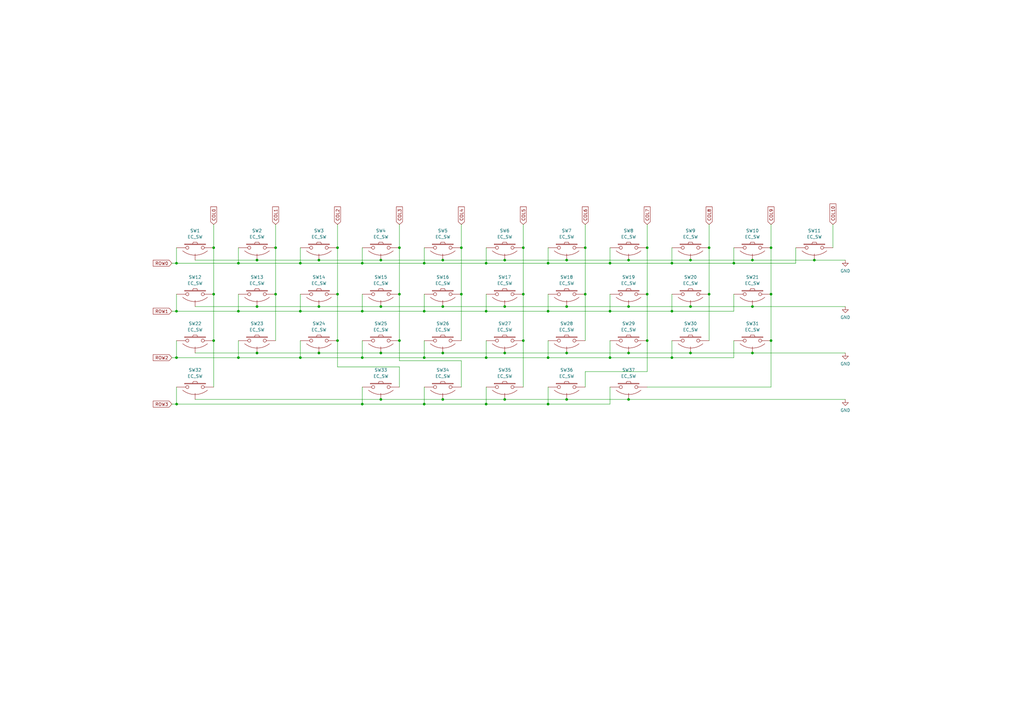
<source format=kicad_sch>
(kicad_sch (version 20230121) (generator eeschema)
  (paper "A3")
  (lib_symbols
    (symbol "cipulot_parts:EC_SW" (pin_numbers hide) (pin_names (offset 1.016) hide)
      (property "Reference" "SW" (at 3.81 2.794 0))
      (property "Value" "EC_SW" (at -3.81 3.81 0))
      (symbol "EC_SW_0_1"
        (arc (start -5.08 -1.27) (mid 0 -3.052) (end 5.08 -1.27))
        (rectangle (start -4.318 1.27) (end 4.318 1.524))
        (polyline (pts (xy -1.016 1.524) (xy -0.762 2.286) (xy 0.762 2.286) (xy 1.016 1.524)))
        (pin passive inverted (at -7.62 0 0) (length 5.08) (name "1") (number "1"))
        (pin passive inverted (at 7.62 0 180) (length 5.08) (name "2") (number "2"))
      )
      (symbol "EC_SW_1_1"
        (pin input line (at 0 -5.08 90) (length 2.54) (name "SG") (number "3"))
      )
    )
    (symbol "power:GND" (power) (pin_names (offset 0))
      (property "Value" "GND" (at 0 -3.81 0))
      (symbol "GND_0_1"
        (polyline (pts (xy 0 0) (xy 0 -1.27) (xy 1.27 -1.27) (xy 0 -2.54) (xy -1.27 -1.27) (xy 0 -1.27)))
      )
      (symbol "GND_1_1"
        (pin power_in line (at 0 0 270) (length 0) hide (name "GND") (number "1"))
      )
    )
  )
  (junction (at 163.83 120.65))
  (junction (at 148.59 107.95))
  (junction (at 123.19 127.635))
  (junction (at 250.19 107.95))
  (junction (at 123.19 107.95))
  (junction (at 138.43 120.65))
  (junction (at 257.81 125.73))
  (junction (at 308.61 106.68))
  (junction (at 207.01 144.78))
  (junction (at 265.43 120.65))
  (junction (at 87.63 101.6))
  (junction (at 156.21 163.83))
  (junction (at 232.41 144.78))
  (junction (at 105.41 106.68))
  (junction (at 97.79 146.685))
  (junction (at 105.41 125.73))
  (junction (at 224.79 107.95))
  (junction (at 173.99 127.635))
  (junction (at 224.79 127.635))
  (junction (at 148.59 127.635))
  (junction (at 290.83 120.65))
  (junction (at 123.19 146.685))
  (junction (at 113.03 120.65))
  (junction (at 181.61 163.83))
  (junction (at 199.39 165.735))
  (junction (at 97.79 107.95))
  (junction (at 173.99 107.95))
  (junction (at 308.61 125.73))
  (junction (at 113.03 101.6))
  (junction (at 163.83 139.7))
  (junction (at 207.01 125.73))
  (junction (at 130.81 106.68))
  (junction (at 224.79 146.685))
  (junction (at 181.61 144.78))
  (junction (at 199.39 127.635))
  (junction (at 72.39 146.685))
  (junction (at 207.01 106.68))
  (junction (at 72.39 107.95))
  (junction (at 189.23 101.6))
  (junction (at 156.21 106.68))
  (junction (at 138.43 139.7))
  (junction (at 240.03 120.65))
  (junction (at 250.19 146.685))
  (junction (at 308.61 144.78))
  (junction (at 275.59 146.685))
  (junction (at 257.81 144.78))
  (junction (at 97.79 127.635))
  (junction (at 163.83 101.6))
  (junction (at 275.59 107.95))
  (junction (at 316.23 101.6))
  (junction (at 232.41 125.73))
  (junction (at 199.39 146.685))
  (junction (at 283.21 106.68))
  (junction (at 232.41 106.68))
  (junction (at 72.39 127.635))
  (junction (at 105.41 144.78))
  (junction (at 224.79 165.735))
  (junction (at 334.01 106.68))
  (junction (at 189.23 120.65))
  (junction (at 283.21 144.78))
  (junction (at 214.63 139.7))
  (junction (at 87.63 139.7))
  (junction (at 207.01 163.83))
  (junction (at 300.99 107.95))
  (junction (at 130.81 144.78))
  (junction (at 148.59 146.685))
  (junction (at 181.61 106.68))
  (junction (at 72.437 165.735))
  (junction (at 257.81 163.83))
  (junction (at 214.63 120.65))
  (junction (at 138.43 101.6))
  (junction (at 316.23 139.7))
  (junction (at 265.43 139.7))
  (junction (at 240.03 101.6))
  (junction (at 173.99 165.735))
  (junction (at 173.99 146.685))
  (junction (at 283.21 125.73))
  (junction (at 316.23 120.65))
  (junction (at 199.39 107.95))
  (junction (at 265.43 101.6))
  (junction (at 130.81 125.73))
  (junction (at 148.59 165.735))
  (junction (at 290.83 101.6))
  (junction (at 232.41 163.83))
  (junction (at 181.61 125.73))
  (junction (at 250.19 127.635))
  (junction (at 275.59 127.635))
  (junction (at 156.21 144.78))
  (junction (at 214.63 101.6))
  (junction (at 156.21 125.73))
  (junction (at 257.81 106.68))
  (junction (at 87.63 120.65))
  (wire (pts (xy 265.43 139.7) (xy 265.43 152.4)))
  (wire (pts (xy 173.99 120.65) (xy 173.99 127.635)))
  (wire (pts (xy 283.21 144.78) (xy 308.61 144.78)))
  (wire (pts (xy 283.21 106.68) (xy 308.61 106.68)))
  (wire (pts (xy 148.59 146.685) (xy 123.19 146.685)))
  (wire (pts (xy 163.83 92.075) (xy 163.83 101.6)))
  (wire (pts (xy 97.79 139.7) (xy 97.79 146.685)))
  (wire (pts (xy 156.21 106.68) (xy 181.61 106.68)))
  (wire (pts (xy 300.99 146.685) (xy 275.59 146.685)))
  (wire (pts (xy 224.79 120.65) (xy 224.79 127.635)))
  (wire (pts (xy 97.79 107.95) (xy 123.19 107.95)))
  (wire (pts (xy 224.79 158.75) (xy 224.79 165.735)))
  (wire (pts (xy 316.23 139.7) (xy 316.23 120.65)))
  (wire (pts (xy 250.19 165.735) (xy 224.79 165.735)))
  (wire (pts (xy 97.79 120.65) (xy 97.79 127.635)))
  (wire (pts (xy 181.61 106.68) (xy 207.01 106.68)))
  (wire (pts (xy 265.43 101.6) (xy 265.43 92.075)))
  (wire (pts (xy 214.63 139.7) (xy 214.63 120.65)))
  (wire (pts (xy 199.39 101.6) (xy 199.39 107.95)))
  (wire (pts (xy 207.01 106.68) (xy 232.41 106.68)))
  (wire (pts (xy 72.39 127.635) (xy 97.79 127.635)))
  (wire (pts (xy 341.63 92.075) (xy 341.63 101.6)))
  (wire (pts (xy 105.41 106.68) (xy 130.81 106.68)))
  (wire (pts (xy 283.21 125.73) (xy 257.81 125.73)))
  (wire (pts (xy 123.19 127.635) (xy 148.59 127.635)))
  (wire (pts (xy 199.39 165.735) (xy 173.99 165.735)))
  (wire (pts (xy 123.19 146.685) (xy 97.79 146.685)))
  (wire (pts (xy 181.61 125.73) (xy 156.21 125.73)))
  (wire (pts (xy 290.83 101.6) (xy 290.83 120.65)))
  (wire (pts (xy 123.19 101.6) (xy 123.19 107.95)))
  (wire (pts (xy 70.485 127.635) (xy 72.39 127.635)))
  (wire (pts (xy 308.61 106.68) (xy 334.01 106.68)))
  (wire (pts (xy 72.39 165.688) (xy 72.437 165.735)))
  (wire (pts (xy 275.59 146.685) (xy 250.19 146.685)))
  (wire (pts (xy 189.23 92.075) (xy 189.23 101.6)))
  (wire (pts (xy 113.03 101.6) (xy 113.03 120.65)))
  (wire (pts (xy 232.41 106.68) (xy 257.81 106.68)))
  (wire (pts (xy 214.63 158.75) (xy 214.63 139.7)))
  (wire (pts (xy 290.83 120.65) (xy 290.83 139.7)))
  (wire (pts (xy 214.63 120.65) (xy 214.63 101.6)))
  (wire (pts (xy 250.19 146.685) (xy 224.79 146.685)))
  (wire (pts (xy 316.23 101.6) (xy 316.23 92.075)))
  (wire (pts (xy 80.01 163.83) (xy 156.21 163.83)))
  (wire (pts (xy 123.19 107.95) (xy 148.59 107.95)))
  (wire (pts (xy 275.59 107.95) (xy 300.99 107.95)))
  (wire (pts (xy 87.63 101.6) (xy 87.63 120.65)))
  (wire (pts (xy 207.01 163.83) (xy 232.41 163.83)))
  (wire (pts (xy 257.81 106.68) (xy 283.21 106.68)))
  (wire (pts (xy 224.79 146.685) (xy 199.39 146.685)))
  (wire (pts (xy 130.81 125.73) (xy 105.41 125.73)))
  (wire (pts (xy 173.99 101.6) (xy 173.99 107.95)))
  (wire (pts (xy 250.19 120.65) (xy 250.19 127.635)))
  (wire (pts (xy 173.99 158.75) (xy 173.99 165.735)))
  (wire (pts (xy 300.99 107.95) (xy 326.39 107.95)))
  (wire (pts (xy 232.41 125.73) (xy 207.01 125.73)))
  (wire (pts (xy 207.01 125.73) (xy 181.61 125.73)))
  (wire (pts (xy 123.19 120.65) (xy 123.19 127.635)))
  (wire (pts (xy 275.59 127.635) (xy 300.99 127.635)))
  (wire (pts (xy 224.79 107.95) (xy 250.19 107.95)))
  (wire (pts (xy 224.79 165.735) (xy 199.39 165.735)))
  (wire (pts (xy 300.99 101.6) (xy 300.99 107.95)))
  (wire (pts (xy 173.99 107.95) (xy 199.39 107.95)))
  (wire (pts (xy 70.485 165.735) (xy 72.437 165.735)))
  (wire (pts (xy 232.41 163.83) (xy 257.81 163.83)))
  (wire (pts (xy 232.41 144.78) (xy 257.81 144.78)))
  (wire (pts (xy 80.01 144.78) (xy 105.41 144.78)))
  (wire (pts (xy 113.03 120.65) (xy 113.03 139.7)))
  (wire (pts (xy 87.63 139.7) (xy 87.63 158.75)))
  (wire (pts (xy 148.59 158.75) (xy 148.59 165.735)))
  (wire (pts (xy 224.79 139.7) (xy 224.79 146.685)))
  (wire (pts (xy 130.81 144.78) (xy 156.21 144.78)))
  (wire (pts (xy 181.61 163.83) (xy 207.01 163.83)))
  (wire (pts (xy 275.59 101.6) (xy 275.59 107.95)))
  (wire (pts (xy 290.83 92.075) (xy 290.83 101.6)))
  (wire (pts (xy 138.43 120.65) (xy 138.43 139.7)))
  (wire (pts (xy 97.79 146.685) (xy 72.39 146.685)))
  (wire (pts (xy 308.61 144.78) (xy 346.71 144.78)))
  (wire (pts (xy 257.81 144.78) (xy 283.21 144.78)))
  (wire (pts (xy 72.39 107.95) (xy 97.79 107.95)))
  (wire (pts (xy 346.71 125.73) (xy 308.61 125.73)))
  (wire (pts (xy 240.03 152.4) (xy 240.03 158.75)))
  (wire (pts (xy 173.99 146.685) (xy 148.59 146.685)))
  (wire (pts (xy 138.43 150.495) (xy 163.83 150.495)))
  (wire (pts (xy 250.19 158.75) (xy 250.19 165.735)))
  (wire (pts (xy 189.23 147.955) (xy 189.23 158.75)))
  (wire (pts (xy 334.01 106.68) (xy 346.71 106.68)))
  (wire (pts (xy 224.79 127.635) (xy 250.19 127.635)))
  (wire (pts (xy 72.39 146.685) (xy 70.485 146.685)))
  (wire (pts (xy 250.19 107.95) (xy 275.59 107.95)))
  (wire (pts (xy 173.99 139.7) (xy 173.99 146.685)))
  (wire (pts (xy 163.83 150.495) (xy 163.83 158.75)))
  (wire (pts (xy 240.03 120.65) (xy 240.03 139.7)))
  (wire (pts (xy 156.21 125.73) (xy 130.81 125.73)))
  (wire (pts (xy 72.39 120.65) (xy 72.39 127.635)))
  (wire (pts (xy 87.63 92.075) (xy 87.63 101.6)))
  (wire (pts (xy 105.41 144.78) (xy 130.81 144.78)))
  (wire (pts (xy 173.99 165.735) (xy 148.59 165.735)))
  (wire (pts (xy 250.19 127.635) (xy 275.59 127.635)))
  (wire (pts (xy 138.43 139.7) (xy 138.43 150.495)))
  (wire (pts (xy 163.83 139.7) (xy 163.83 147.955)))
  (wire (pts (xy 72.39 139.7) (xy 72.39 146.685)))
  (wire (pts (xy 138.43 101.6) (xy 138.43 120.65)))
  (wire (pts (xy 224.79 101.6) (xy 224.79 107.95)))
  (wire (pts (xy 316.23 120.65) (xy 316.23 101.6)))
  (wire (pts (xy 163.83 147.955) (xy 189.23 147.955)))
  (wire (pts (xy 123.19 139.7) (xy 123.19 146.685)))
  (wire (pts (xy 148.59 139.7) (xy 148.59 146.685)))
  (wire (pts (xy 181.61 144.78) (xy 207.01 144.78)))
  (wire (pts (xy 105.41 125.73) (xy 80.01 125.73)))
  (wire (pts (xy 275.59 120.65) (xy 275.59 127.635)))
  (wire (pts (xy 156.21 144.78) (xy 181.61 144.78)))
  (wire (pts (xy 87.63 120.65) (xy 87.63 139.7)))
  (wire (pts (xy 163.83 120.65) (xy 163.83 139.7)))
  (wire (pts (xy 130.81 106.68) (xy 156.21 106.68)))
  (wire (pts (xy 326.39 101.6) (xy 326.39 107.95)))
  (wire (pts (xy 97.79 127.635) (xy 123.19 127.635)))
  (wire (pts (xy 240.03 101.6) (xy 240.03 120.65)))
  (wire (pts (xy 265.43 152.4) (xy 240.03 152.4)))
  (wire (pts (xy 138.43 92.075) (xy 138.43 101.6)))
  (wire (pts (xy 199.39 139.7) (xy 199.39 146.685)))
  (wire (pts (xy 207.01 144.78) (xy 232.41 144.78)))
  (wire (pts (xy 250.19 139.7) (xy 250.19 146.685)))
  (wire (pts (xy 240.03 92.075) (xy 240.03 101.6)))
  (wire (pts (xy 70.485 107.95) (xy 72.39 107.95)))
  (wire (pts (xy 148.59 107.95) (xy 173.99 107.95)))
  (wire (pts (xy 316.23 139.7) (xy 316.23 158.75)))
  (wire (pts (xy 257.81 163.83) (xy 346.71 163.83)))
  (wire (pts (xy 199.39 107.95) (xy 224.79 107.95)))
  (wire (pts (xy 214.63 101.6) (xy 214.63 92.075)))
  (wire (pts (xy 257.81 125.73) (xy 232.41 125.73)))
  (wire (pts (xy 250.19 101.6) (xy 250.19 107.95)))
  (wire (pts (xy 275.59 139.7) (xy 275.59 146.685)))
  (wire (pts (xy 265.43 139.7) (xy 265.43 120.65)))
  (wire (pts (xy 189.23 101.6) (xy 189.23 120.65)))
  (wire (pts (xy 173.99 127.635) (xy 199.39 127.635)))
  (wire (pts (xy 199.39 146.685) (xy 173.99 146.685)))
  (wire (pts (xy 265.43 120.65) (xy 265.43 101.6)))
  (wire (pts (xy 72.39 158.75) (xy 72.39 165.688)))
  (wire (pts (xy 72.39 101.6) (xy 72.39 107.95)))
  (wire (pts (xy 308.61 125.73) (xy 283.21 125.73)))
  (wire (pts (xy 163.83 101.6) (xy 163.83 120.65)))
  (wire (pts (xy 265.43 158.75) (xy 316.23 158.75)))
  (wire (pts (xy 148.59 120.65) (xy 148.59 127.635)))
  (wire (pts (xy 189.23 120.65) (xy 189.23 139.7)))
  (wire (pts (xy 80.01 106.68) (xy 105.41 106.68)))
  (wire (pts (xy 156.21 163.83) (xy 181.61 163.83)))
  (wire (pts (xy 148.59 127.635) (xy 173.99 127.635)))
  (wire (pts (xy 148.59 101.6) (xy 148.59 107.95)))
  (wire (pts (xy 97.79 101.6) (xy 97.79 107.95)))
  (wire (pts (xy 300.99 127.635) (xy 300.99 120.65)))
  (wire (pts (xy 199.39 120.65) (xy 199.39 127.635)))
  (wire (pts (xy 199.39 127.635) (xy 224.79 127.635)))
  (wire (pts (xy 199.39 158.75) (xy 199.39 165.735)))
  (wire (pts (xy 113.03 92.075) (xy 113.03 101.6)))
  (wire (pts (xy 72.437 165.735) (xy 148.59 165.735)))
  (wire (pts (xy 300.99 139.7) (xy 300.99 146.685)))
  (global_label "ROW3" (shape input) (at 70.485 165.735 180) (property "Intersheetrefs" "${INTERSHEET_REFS}" (effects hide)))
  (global_label "COL0" (shape input) (at 87.63 92.075 90) (property "Intersheetrefs" "${INTERSHEET_REFS}" (effects hide)))
  (global_label "COL2" (shape input) (at 138.43 92.075 90) (property "Intersheetrefs" "${INTERSHEET_REFS}" (effects hide)))
  (global_label "COL6" (shape input) (at 240.03 92.075 90) (property "Intersheetrefs" "${INTERSHEET_REFS}" (effects hide)))
  (global_label "COL10" (shape input) (at 341.63 92.075 90) (property "Intersheetrefs" "${INTERSHEET_REFS}" (effects hide)))
  (global_label "ROW1" (shape input) (at 70.485 127.635 180) (property "Intersheetrefs" "${INTERSHEET_REFS}" (effects hide)))
  (global_label "COL9" (shape input) (at 316.23 92.075 90) (property "Intersheetrefs" "${INTERSHEET_REFS}" (effects hide)))
  (global_label "COL1" (shape input) (at 113.03 92.075 90) (property "Intersheetrefs" "${INTERSHEET_REFS}" (effects hide)))
  (global_label "COL8" (shape input) (at 290.83 92.075 90) (property "Intersheetrefs" "${INTERSHEET_REFS}" (effects hide)))
  (global_label "COL7" (shape input) (at 265.43 92.075 90) (property "Intersheetrefs" "${INTERSHEET_REFS}" (effects hide)))
  (global_label "COL3" (shape input) (at 163.83 92.075 90) (property "Intersheetrefs" "${INTERSHEET_REFS}" (effects hide)))
  (global_label "COL4" (shape input) (at 189.23 92.075 90) (property "Intersheetrefs" "${INTERSHEET_REFS}" (effects hide)))
  (global_label "ROW0" (shape input) (at 70.485 107.95 180) (property "Intersheetrefs" "${INTERSHEET_REFS}" (effects hide)))
  (global_label "COL5" (shape input) (at 214.63 92.075 90) (property "Intersheetrefs" "${INTERSHEET_REFS}" (effects hide)))
  (global_label "ROW2" (shape input) (at 70.485 146.685 180) (property "Intersheetrefs" "${INTERSHEET_REFS}" (effects hide)))
  (symbol (lib_id "cipulot_parts:EC_SW") (at 207.01 120.65 0) (unit 1)
    (property "Reference" "SW17" (at 207.01 113.665 0))
    (property "Value" "EC_SW" (at 207.01 116.205 0))
    (property "Footprint" "cipulot_parts:ecs_pad_1U_no_ring" (effects hide))
  )
  (symbol (lib_id "cipulot_parts:EC_SW") (at 283.21 139.7 0) (unit 1)
    (property "Reference" "SW30" (at 283.21 132.715 0))
    (property "Value" "EC_SW" (at 283.21 135.255 0))
    (property "Footprint" "cipulot_parts:ecs_pad_1U_no_ring" (effects hide))
  )
  (symbol (lib_id "cipulot_parts:EC_SW") (at 207.01 139.7 0) (unit 1)
    (property "Reference" "SW27" (at 207.01 132.715 0))
    (property "Value" "EC_SW" (at 207.01 135.255 0))
    (property "Footprint" "cipulot_parts:ecs_pad_1U_no_ring" (effects hide))
  )
  (symbol (lib_id "power:GND") (at 346.71 144.78 0) (unit 1)
    (property "Reference" "#PWR0129" (effects hide))
    (property "Value" "GND" (at 346.71 149.225 0))
  )
  (symbol (lib_id "cipulot_parts:EC_SW") (at 130.81 120.65 0) (unit 1)
    (property "Reference" "SW14" (at 130.81 113.665 0))
    (property "Value" "EC_SW" (at 130.81 116.205 0))
    (property "Footprint" "cipulot_parts:ecs_pad_1U_no_ring" (effects hide))
  )
  (symbol (lib_id "cipulot_parts:EC_SW") (at 156.21 120.65 0) (unit 1)
    (property "Reference" "SW15" (at 156.21 113.665 0))
    (property "Value" "EC_SW" (at 156.21 116.205 0))
    (property "Footprint" "cipulot_parts:ecs_pad_1U_no_ring" (effects hide))
  )
  (symbol (lib_id "cipulot_parts:EC_SW") (at 156.21 101.6 0) (unit 1)
    (property "Reference" "SW4" (at 156.21 94.615 0))
    (property "Value" "EC_SW" (at 156.21 97.155 0))
    (property "Footprint" "cipulot_parts:ecs_pad_1U_no_ring" (effects hide))
  )
  (symbol (lib_id "cipulot_parts:EC_SW") (at 207.01 158.75 0) (unit 1)
    (property "Reference" "SW35" (at 207.01 151.765 0))
    (property "Value" "EC_SW" (at 207.01 154.305 0))
    (property "Footprint" "cipulot_parts:ecs_pad_1U_no_ring" (effects hide))
  )
  (symbol (lib_id "cipulot_parts:EC_SW") (at 156.21 139.7 0) (unit 1)
    (property "Reference" "SW25" (at 156.21 132.715 0))
    (property "Value" "EC_SW" (at 156.21 135.255 0))
    (property "Footprint" "cipulot_parts:ecs_pad_1U_no_ring" (effects hide))
  )
  (symbol (lib_id "cipulot_parts:EC_SW") (at 308.61 139.7 0) (unit 1)
    (property "Reference" "SW31" (at 308.61 132.715 0))
    (property "Value" "EC_SW" (at 308.61 135.255 0))
    (property "Footprint" "cipulot_parts:ecs_pad_1U_no_ring" (effects hide))
  )
  (symbol (lib_id "power:GND") (at 346.71 125.73 0) (unit 1)
    (property "Reference" "#PWR0130" (effects hide))
    (property "Value" "GND" (at 346.71 130.175 0))
  )
  (symbol (lib_id "cipulot_parts:EC_SW") (at 283.21 120.65 0) (unit 1)
    (property "Reference" "SW20" (at 283.21 113.665 0))
    (property "Value" "EC_SW" (at 283.21 116.205 0))
    (property "Footprint" "cipulot_parts:ecs_pad_1U_no_ring" (effects hide))
  )
  (symbol (lib_id "cipulot_parts:EC_SW") (at 80.01 101.6 0) (unit 1)
    (property "Reference" "SW1" (at 80.01 94.615 0))
    (property "Value" "EC_SW" (at 80.01 97.155 0))
    (property "Footprint" "cipulot_parts:ecs_pad_1U_no_ring" (effects hide))
  )
  (symbol (lib_id "cipulot_parts:EC_SW") (at 232.41 101.6 0) (unit 1)
    (property "Reference" "SW7" (at 232.41 94.615 0))
    (property "Value" "EC_SW" (at 232.41 97.155 0))
    (property "Footprint" "cipulot_parts:ecs_pad_1U_no_ring" (effects hide))
  )
  (symbol (lib_id "cipulot_parts:EC_SW") (at 130.81 139.7 0) (unit 1)
    (property "Reference" "SW24" (at 130.81 132.715 0))
    (property "Value" "EC_SW" (at 130.81 135.255 0))
    (property "Footprint" "cipulot_parts:ecs_pad_1U_no_ring" (effects hide))
  )
  (symbol (lib_id "cipulot_parts:EC_SW") (at 105.41 139.7 0) (unit 1)
    (property "Reference" "SW23" (at 105.41 132.715 0))
    (property "Value" "EC_SW" (at 105.41 135.255 0))
    (property "Footprint" "cipulot_parts:ecs_pad_1U_no_ring" (effects hide))
  )
  (symbol (lib_id "cipulot_parts:EC_SW") (at 80.01 158.75 0) (unit 1)
    (property "Reference" "SW32" (at 80.01 151.765 0))
    (property "Value" "EC_SW" (at 80.01 154.305 0))
    (property "Footprint" "cipulot_parts:ecs_pad_1U_no_ring" (effects hide))
  )
  (symbol (lib_id "cipulot_parts:EC_SW") (at 334.01 101.6 0) (unit 1)
    (property "Reference" "SW11" (at 334.01 94.615 0))
    (property "Value" "EC_SW" (at 334.01 97.155 0))
    (property "Footprint" "cipulot_parts:ecs_pad_1U_no_ring" (effects hide))
  )
  (symbol (lib_id "cipulot_parts:EC_SW") (at 232.41 139.7 0) (unit 1)
    (property "Reference" "SW28" (at 232.41 132.715 0))
    (property "Value" "EC_SW" (at 232.41 135.255 0))
    (property "Footprint" "cipulot_parts:ecs_pad_1U_no_ring" (effects hide))
  )
  (symbol (lib_id "cipulot_parts:EC_SW") (at 105.41 101.6 0) (unit 1)
    (property "Reference" "SW2" (at 105.41 94.615 0))
    (property "Value" "EC_SW" (at 105.41 97.155 0))
    (property "Footprint" "cipulot_parts:ecs_pad_1U_no_ring" (effects hide))
  )
  (symbol (lib_id "cipulot_parts:EC_SW") (at 181.61 120.65 0) (unit 1)
    (property "Reference" "SW16" (at 181.61 113.665 0))
    (property "Value" "EC_SW" (at 181.61 116.205 0))
    (property "Footprint" "cipulot_parts:ecs_pad_1U_no_ring" (effects hide))
  )
  (symbol (lib_id "cipulot_parts:EC_SW") (at 308.61 120.65 0) (unit 1)
    (property "Reference" "SW21" (at 308.61 113.665 0))
    (property "Value" "EC_SW" (at 308.61 116.205 0))
    (property "Footprint" "cipulot_parts:ecs_pad_1U_no_ring" (effects hide))
  )
  (symbol (lib_id "cipulot_parts:EC_SW") (at 308.61 101.6 0) (unit 1)
    (property "Reference" "SW10" (at 308.61 94.615 0))
    (property "Value" "EC_SW" (at 308.61 97.155 0))
    (property "Footprint" "cipulot_parts:ecs_pad_1U_no_ring" (effects hide))
  )
  (symbol (lib_id "cipulot_parts:EC_SW") (at 181.61 101.6 0) (unit 1)
    (property "Reference" "SW5" (at 181.61 94.615 0))
    (property "Value" "EC_SW" (at 181.61 97.155 0))
    (property "Footprint" "cipulot_parts:ecs_pad_1U_no_ring" (effects hide))
  )
  (symbol (lib_id "cipulot_parts:EC_SW") (at 257.81 120.65 0) (unit 1)
    (property "Reference" "SW19" (at 257.81 113.665 0))
    (property "Value" "EC_SW" (at 257.81 116.205 0))
    (property "Footprint" "cipulot_parts:ecs_pad_1U_no_ring" (effects hide))
  )
  (symbol (lib_id "cipulot_parts:EC_SW") (at 181.61 158.75 0) (unit 1)
    (property "Reference" "SW34" (at 181.61 151.765 0))
    (property "Value" "EC_SW" (at 181.61 154.305 0))
    (property "Footprint" "cipulot_parts:ecs_pad_1U_no_ring" (effects hide))
  )
  (symbol (lib_id "cipulot_parts:EC_SW") (at 257.81 101.6 0) (unit 1)
    (property "Reference" "SW8" (at 257.81 94.615 0))
    (property "Value" "EC_SW" (at 257.81 97.155 0))
    (property "Footprint" "cipulot_parts:ecs_pad_1U_no_ring" (effects hide))
  )
  (symbol (lib_id "cipulot_parts:EC_SW") (at 181.61 139.7 0) (unit 1)
    (property "Reference" "SW26" (at 181.61 132.715 0))
    (property "Value" "EC_SW" (at 181.61 135.255 0))
    (property "Footprint" "cipulot_parts:ecs_pad_1U_no_ring" (effects hide))
  )
  (symbol (lib_id "cipulot_parts:EC_SW") (at 105.41 120.65 0) (unit 1)
    (property "Reference" "SW13" (at 105.41 113.665 0))
    (property "Value" "EC_SW" (at 105.41 116.205 0))
    (property "Footprint" "cipulot_parts:ecs_pad_1U_no_ring" (effects hide))
  )
  (symbol (lib_id "cipulot_parts:EC_SW") (at 207.01 101.6 0) (unit 1)
    (property "Reference" "SW6" (at 207.01 94.615 0))
    (property "Value" "EC_SW" (at 207.01 97.155 0))
    (property "Footprint" "cipulot_parts:ecs_pad_1U_no_ring" (effects hide))
  )
  (symbol (lib_id "cipulot_parts:EC_SW") (at 130.81 101.6 0) (unit 1)
    (property "Reference" "SW3" (at 130.81 94.615 0))
    (property "Value" "EC_SW" (at 130.81 97.155 0))
    (property "Footprint" "cipulot_parts:ecs_pad_1U_no_ring" (effects hide))
  )
  (symbol (lib_id "power:GND") (at 346.71 163.83 0) (unit 1)
    (property "Reference" "#PWR0128" (effects hide))
    (property "Value" "GND" (at 346.71 168.275 0))
  )
  (symbol (lib_id "power:GND") (at 346.71 106.68 0) (unit 1)
    (property "Reference" "#PWR0131" (effects hide))
    (property "Value" "GND" (at 346.71 111.125 0))
  )
  (symbol (lib_id "cipulot_parts:EC_SW") (at 232.41 158.75 0) (unit 1)
    (property "Reference" "SW36" (at 232.41 151.765 0))
    (property "Value" "EC_SW" (at 232.41 154.305 0))
    (property "Footprint" "cipulot_parts:ecs_pad_1U_no_ring" (effects hide))
  )
  (symbol (lib_id "cipulot_parts:EC_SW") (at 232.41 120.65 0) (unit 1)
    (property "Reference" "SW18" (at 232.41 113.665 0))
    (property "Value" "EC_SW" (at 232.41 116.205 0))
    (property "Footprint" "cipulot_parts:ecs_pad_1U_no_ring" (effects hide))
  )
  (symbol (lib_id "cipulot_parts:EC_SW") (at 283.21 101.6 0) (unit 1)
    (property "Reference" "SW9" (at 283.21 94.615 0))
    (property "Value" "EC_SW" (at 283.21 97.155 0))
    (property "Footprint" "cipulot_parts:ecs_pad_1U_no_ring" (effects hide))
  )
  (symbol (lib_id "cipulot_parts:EC_SW") (at 80.01 139.7 0) (unit 1)
    (property "Reference" "SW22" (at 80.01 132.715 0))
    (property "Value" "EC_SW" (at 80.01 135.255 0))
    (property "Footprint" "cipulot_parts:ecs_pad_1U_no_ring" (effects hide))
  )
  (symbol (lib_id "cipulot_parts:EC_SW") (at 257.81 139.7 0) (unit 1)
    (property "Reference" "SW29" (at 257.81 132.715 0))
    (property "Value" "EC_SW" (at 257.81 135.255 0))
    (property "Footprint" "cipulot_parts:ecs_pad_1U_no_ring" (effects hide))
  )
  (symbol (lib_id "cipulot_parts:EC_SW") (at 156.21 158.75 0) (unit 1)
    (property "Reference" "SW33" (at 156.21 151.765 0))
    (property "Value" "EC_SW" (at 156.21 154.305 0))
    (property "Footprint" "cipulot_parts:ecs_pad_1U_no_ring" (effects hide))
  )
  (symbol (lib_id "cipulot_parts:EC_SW") (at 80.01 120.65 0) (unit 1)
    (property "Reference" "SW12" (at 80.01 113.665 0))
    (property "Value" "EC_SW" (at 80.01 116.205 0))
    (property "Footprint" "cipulot_parts:ecs_pad_1U_no_ring" (effects hide))
  )
  (symbol (lib_id "cipulot_parts:EC_SW") (at 257.81 158.75 0) (unit 1)
    (property "Reference" "SW37" (at 257.81 151.765 0))
    (property "Value" "EC_SW" (at 257.81 154.305 0))
    (property "Footprint" "cipulot_parts:ecs_pad_1U_no_ring" (effects hide))
  )
)
</source>
